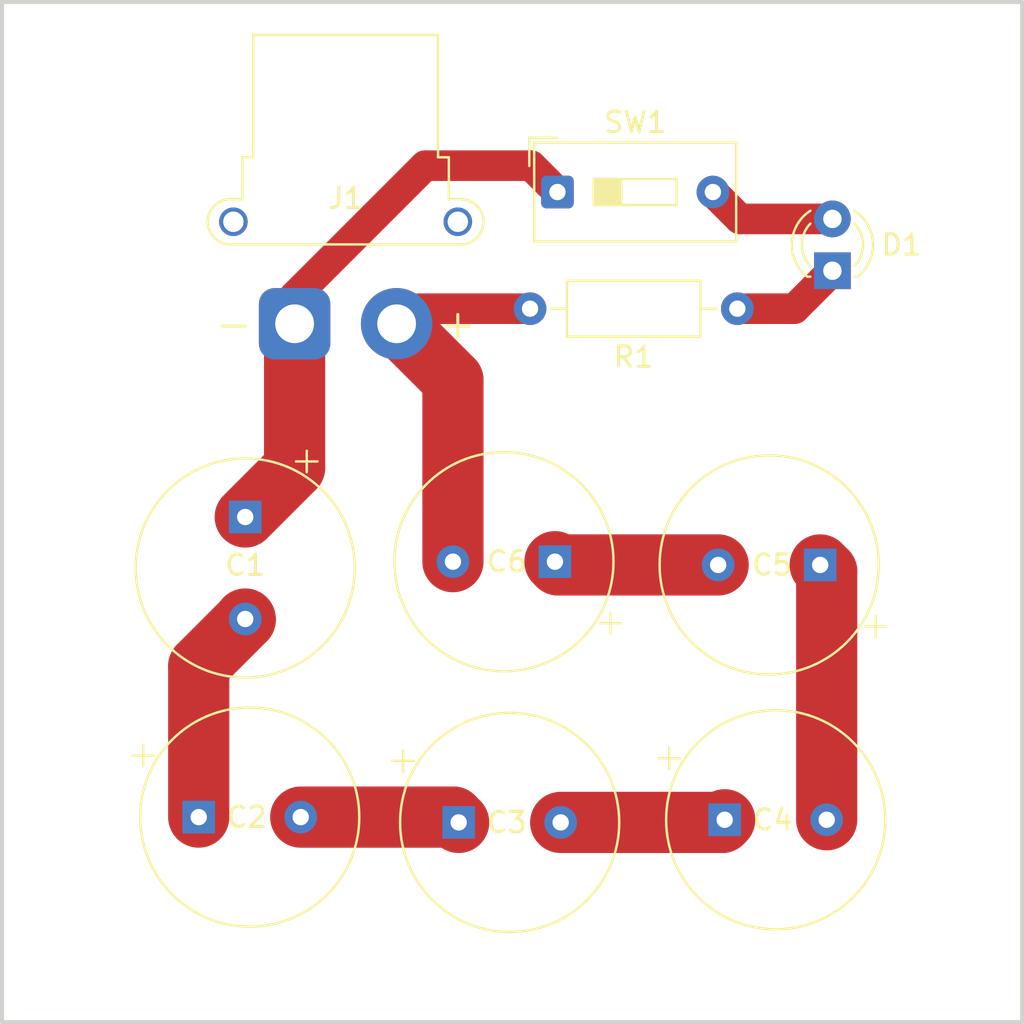
<source format=kicad_pcb>
(kicad_pcb (version 20241229) (generator "pcbnew") (generator_version "9.0")
  (layers (0 "F.Cu" signal) (2 "B.Cu" signal) (13 "F.Paste" user) (15 "B.Paste" user) (5 "F.SilkS" user "F.Silkscreen") (7 "B.SilkS" user "B.Silkscreen") (1 "F.Mask" user) (3 "B.Mask" user) (25 "Edge.Cuts" user))
  (net 0 "")
  (net 1 "+15V")
  (net 2 "Net-(C1-Pad2)")
  (net 3 "Net-(C2-Pad2)")
  (net 4 "Net-(C3-Pad2)")
  (net 5 "Net-(C4-Pad2)")
  (net 6 "Net-(C5-Pad2)")
  (net 7 "GND")
  (net 8 "Net-(D1-A)")
  (net 9 "Net-(D1-K)")
  (footprint "Libraryy:SupeCapacitor Through Hole" (layer "F.Cu") (at 135.42 90.08)
    (property "Reference" "C4" (at 2.358933 0 0) (layer "F.SilkS"))
    (property "Value" "C_Polarized_US" (hide yes))
    (fp_line (start -3.247133 -3.015) (end -2.197133 -3.015) (stroke (width 0.12)) (layer "F.SilkS"))
    (fp_line (start -2.722133 -3.54) (end -2.722133 -2.49) (stroke (width 0.12)) (layer "F.SilkS"))
    (fp_circle (center 2.5 0) (end 7.87 0) (stroke (width 0.12)) (fill no) (layer "F.SilkS"))
    (pad "1" thru_hole rect (at 0 0) (size 1.6 1.6) (drill 0.8) (layers "*.Cu" "*.Mask") (net 4 "Net-(C3-Pad2)"))
    (pad "2" thru_hole circle (at 5 0) (size 1.6 1.6) (drill 0.8) (layers "*.Cu" "*.Mask") (net 5 "Net-(C4-Pad2)"))
  )
  (footprint "Libraryy:SupeCapacitor Through Hole" (layer "F.Cu") (at 109.64 89.95)
    (property "Reference" "C2" (at 2.358933 0 0) (layer "F.SilkS"))
    (property "Value" "C_Polarized_US" (hide yes))
    (fp_line (start -3.247133 -3.015) (end -2.197133 -3.015) (stroke (width 0.12)) (layer "F.SilkS"))
    (fp_line (start -2.722133 -3.54) (end -2.722133 -2.49) (stroke (width 0.12)) (layer "F.SilkS"))
    (fp_circle (center 2.5 0) (end 7.87 0) (stroke (width 0.12)) (fill no) (layer "F.SilkS"))
    (pad "1" thru_hole rect (at 0 0) (size 1.6 1.6) (drill 0.8) (layers "*.Cu" "*.Mask") (net 2 "Net-(C1-Pad2)"))
    (pad "2" thru_hole circle (at 5 0) (size 1.6 1.6) (drill 0.8) (layers "*.Cu" "*.Mask") (net 3 "Net-(C2-Pad2)"))
  )
  (footprint "Libraryy:XT30PW-F" (layer "F.Cu") (at 114.34 65.77)
    (property "Reference" "J1" (at 2.5 -6.15 0) (layer "F.SilkS"))
    (property "Value" "Conn_01x02_Pin" (hide yes))
    (fp_line (start -3.26 -6.11) (end -2.56 -6.11) (stroke (width 0.12)) (layer "F.SilkS"))
    (fp_line (start -3.26 -3.89) (end 8.26 -3.89) (stroke (width 0.12)) (layer "F.SilkS"))
    (fp_line (start -2.56 -8.16) (end -2.56 -6.11) (stroke (width 0.12)) (layer "F.SilkS"))
    (fp_line (start -2.56 -8.16) (end -2.03 -8.16) (stroke (width 0.12)) (layer "F.SilkS"))
    (fp_line (start -2.03 -14.16) (end -2.03 -8.16) (stroke (width 0.12)) (layer "F.SilkS"))
    (fp_line (start -2.03 -14.16) (end 7 -14.16) (stroke (width 0.12)) (layer "F.SilkS"))
    (fp_line (start 7.03 -14.16) (end 7.03 -8.16) (stroke (width 0.12)) (layer "F.SilkS"))
    (fp_line (start 7.03 -8.16) (end 7.56 -8.16) (stroke (width 0.12)) (layer "F.SilkS"))
    (fp_line (start 7.56 -8.16) (end 7.56 -6.11) (stroke (width 0.12)) (layer "F.SilkS"))
    (fp_line (start 7.56 -6.11) (end 8.26 -6.11) (stroke (width 0.12)) (layer "F.SilkS"))
    (fp_arc (start -3.321729 -3.903365) (mid -4.256653 -5.086124) (end -3.15 -6.11) (stroke (width 0.12)) (layer "F.SilkS"))
    (fp_arc (start 8.15 -6.11) (mid 9.26 -5) (end 8.15 -3.89) (stroke (width 0.12)) (layer "F.SilkS"))
    (fp_text user "-" (at -3 0 0) (layer "F.SilkS") (effects (font (size 1.5 1.5))))
    (fp_text user "+" (at 8 0 0) (layer "F.SilkS") (effects (font (size 1.5 1.5))))
    (pad "" thru_hole circle (at -3 -5 90) (size 1.4 1.4) (drill 1) (layers "*.Cu" "*.Mask"))
    (pad "" thru_hole circle (at 8 -5) (size 1.4 1.4) (drill 1) (layers "*.Cu" "*.Mask"))
    (pad "1" thru_hole roundrect (at 0 0) (size 3.5 3.5) (drill 1.9) (layers "*.Cu" "*.Mask") (roundrect_rratio 0.22) (net 1 "+15V"))
    (pad "2" thru_hole circle (at 5 0) (size 3.5 3.5) (drill 1.9) (layers "*.Cu" "*.Mask") (net 7 "GND"))
  )
  (footprint "Libraryy:SupeCapacitor Through Hole" (layer "F.Cu") (at 111.92 75.24 -90)
    (property "Reference" "C1" (at 2.358933 0 180) (layer "F.SilkS"))
    (property "Value" "C_Polarized_US" (hide yes))
    (fp_line (start -3.247133 -3.015) (end -2.197133 -3.015) (stroke (width 0.12)) (layer "F.SilkS"))
    (fp_line (start -2.722133 -3.54) (end -2.722133 -2.49) (stroke (width 0.12)) (layer "F.SilkS"))
    (fp_circle (center 2.5 0) (end 7.87 0) (stroke (width 0.12)) (fill no) (layer "F.SilkS"))
    (pad "1" thru_hole rect (at 0 0 270) (size 1.6 1.6) (drill 0.8) (layers "*.Cu" "*.Mask") (net 1 "+15V"))
    (pad "2" thru_hole circle (at 5 0 270) (size 1.6 1.6) (drill 0.8) (layers "*.Cu" "*.Mask") (net 2 "Net-(C1-Pad2)"))
  )
  (footprint "Libraryy:SupeCapacitor Through Hole" (layer "F.Cu") (at 122.381067 90.21)
    (property "Reference" "C3" (at 2.358933 0 0) (layer "F.SilkS"))
    (property "Value" "C_Polarized_US" (hide yes))
    (fp_line (start -3.247133 -3.015) (end -2.197133 -3.015) (stroke (width 0.12)) (layer "F.SilkS"))
    (fp_line (start -2.722133 -3.54) (end -2.722133 -2.49) (stroke (width 0.12)) (layer "F.SilkS"))
    (fp_circle (center 2.5 0) (end 7.87 0) (stroke (width 0.12)) (fill no) (layer "F.SilkS"))
    (pad "1" thru_hole rect (at 0 0) (size 1.6 1.6) (drill 0.8) (layers "*.Cu" "*.Mask") (net 3 "Net-(C2-Pad2)"))
    (pad "2" thru_hole circle (at 5 0) (size 1.6 1.6) (drill 0.8) (layers "*.Cu" "*.Mask") (net 4 "Net-(C3-Pad2)"))
  )
  (footprint "Libraryy:LED Through Hole" (layer "F.Cu") (at 140.7 63.17 90)
    (property "Reference" "D1" (at 1.27 3.39 180) (layer "F.SilkS"))
    (property "Value" "LED" (hide yes))
    (fp_line (start -0.29 -1.236) (end -0.29 -1.08) (stroke (width 0.12)) (layer "F.SilkS"))
    (fp_line (start -0.29 1.08) (end -0.29 1.236) (stroke (width 0.12)) (layer "F.SilkS"))
    (fp_arc (start -0.29 -1.235516) (mid 1.365624 -1.987701) (end 2.941397 -1.080061) (stroke (width 0.12)) (layer "F.SilkS"))
    (fp_arc (start 0.229039 -1.08) (mid 1.269964 -1.5) (end 2.31091 -1.080049) (stroke (width 0.12)) (layer "F.SilkS"))
    (fp_arc (start 2.31091 1.080049) (mid 1.269964 1.5) (end 0.229039 1.08) (stroke (width 0.12)) (layer "F.SilkS"))
    (fp_arc (start 2.941397 1.080061) (mid 1.365624 1.987701) (end -0.29 1.235516) (stroke (width 0.12)) (layer "F.SilkS"))
    (pad "1" thru_hole rect (at 0 0 90) (size 1.8 1.8) (drill 0.9) (layers "*.Cu" "*.Mask") (net 9 "Net-(D1-K)"))
    (pad "2" thru_hole circle (at 2.54 0 90) (size 1.8 1.8) (drill 0.9) (layers "*.Cu" "*.Mask") (net 8 "Net-(D1-A)"))
  )
  (footprint "Libraryy:Through Hole Resistor" (layer "F.Cu") (at 136.04 65.03 180)
    (property "Reference" "R1" (at 5.08 -2.37 0) (layer "F.SilkS"))
    (property "Value" "R" (hide yes))
    (fp_line (start 9.12 0) (end 8.35 0) (stroke (width 0.12)) (layer "F.SilkS"))
    (fp_line (start 8.35 1.37) (end 8.35 -1.37) (stroke (width 0.12)) (layer "F.SilkS"))
    (fp_line (start 8.35 -1.37) (end 1.81 -1.37) (stroke (width 0.12)) (layer "F.SilkS"))
    (fp_line (start 1.81 1.37) (end 8.35 1.37) (stroke (width 0.12)) (layer "F.SilkS"))
    (fp_line (start 1.81 -1.37) (end 1.81 1.37) (stroke (width 0.12)) (layer "F.SilkS"))
    (fp_line (start 1.04 0) (end 1.81 0) (stroke (width 0.12)) (layer "F.SilkS"))
    (pad "1" thru_hole circle (at 0 0 180) (size 1.6 1.6) (drill 0.8) (layers "*.Cu" "*.Mask") (net 9 "Net-(D1-K)"))
    (pad "2" thru_hole oval (at 10.16 0 180) (size 1.6 1.6) (drill 0.8) (layers "*.Cu" "*.Mask") (net 7 "GND"))
  )
  (footprint "Libraryy:SupeCapacitor Through Hole" (layer "F.Cu") (at 140.1 77.59 180)
    (property "Reference" "C5" (at 2.358934 0 0) (layer "F.SilkS"))
    (property "Value" "C_Polarized_US" (hide yes))
    (fp_line (start -2.722133 -3.54) (end -2.722133 -2.49) (stroke (width 0.12)) (layer "F.SilkS"))
    (fp_line (start -3.247133 -3.015) (end -2.197133 -3.015) (stroke (width 0.12)) (layer "F.SilkS"))
    (fp_circle (center 2.5 0) (end 7.87 0) (stroke (width 0.12)) (fill no) (layer "F.SilkS"))
    (pad "1" thru_hole rect (at 0 0 180) (size 1.6 1.6) (drill 0.8) (layers "*.Cu" "*.Mask") (net 5 "Net-(C4-Pad2)"))
    (pad "2" thru_hole circle (at 5 0 180) (size 1.6 1.6) (drill 0.8) (layers "*.Cu" "*.Mask") (net 6 "Net-(C5-Pad2)"))
  )
  (footprint "Libraryy:SupeCapacitor Through Hole" (layer "F.Cu") (at 127.1 77.43 180)
    (property "Reference" "C6" (at 2.358934 0 0) (layer "F.SilkS"))
    (property "Value" "C_Polarized_US" (hide yes))
    (fp_line (start -2.722133 -3.54) (end -2.722133 -2.49) (stroke (width 0.12)) (layer "F.SilkS"))
    (fp_line (start -3.247133 -3.015) (end -2.197133 -3.015) (stroke (width 0.12)) (layer "F.SilkS"))
    (fp_circle (center 2.5 0) (end 7.87 0) (stroke (width 0.12)) (fill no) (layer "F.SilkS"))
    (pad "1" thru_hole rect (at 0 0 180) (size 1.6 1.6) (drill 0.8) (layers "*.Cu" "*.Mask") (net 6 "Net-(C5-Pad2)"))
    (pad "2" thru_hole circle (at 5 0 180) (size 1.6 1.6) (drill 0.8) (layers "*.Cu" "*.Mask") (net 7 "GND"))
  )
  (footprint "Libraryy:SPST Through Hole Switch" (layer "F.Cu") (at 127.2225 59.3125)
    (property "Reference" "SW1" (at 3.81 -3.42 0) (layer "F.SilkS"))
    (property "Value" "SW_Push" (hide yes))
    (fp_line (start -1.38 -2.66) (end -1.38 -1.277) (stroke (width 0.12)) (layer "F.SilkS"))
    (fp_line (start -1.38 -2.66) (end 0.003 -2.66) (stroke (width 0.12)) (layer "F.SilkS"))
    (fp_line (start -1.14 -2.42) (end -1.14 2.42) (stroke (width 0.12)) (layer "F.SilkS"))
    (fp_line (start -1.14 -2.42) (end 8.76 -2.42) (stroke (width 0.12)) (layer "F.SilkS"))
    (fp_line (start -1.14 2.42) (end 8.76 2.42) (stroke (width 0.12)) (layer "F.SilkS"))
    (fp_line (start 3.133333 -0.635) (end 3.133333 0.635) (stroke (width 0.12)) (layer "F.SilkS"))
    (fp_line (start 8.76 -2.42) (end 8.76 2.42) (stroke (width 0.12)) (layer "F.SilkS"))
    (fp_rect (start 1.78 -0.635) (end 3.133333 0.635) (stroke (width 0.12)) (fill yes) (layer "F.SilkS"))
    (fp_rect (start 1.78 -0.635) (end 5.84 0.635) (stroke (width 0.12)) (fill no) (layer "F.SilkS"))
    (pad "1" thru_hole roundrect (at 0 0) (size 1.6 1.6) (drill 0.8) (layers "*.Cu" "*.Mask") (roundrect_rratio 0.15625) (net 1 "+15V"))
    (pad "2" thru_hole circle (at 7.62 0) (size 1.6 1.6) (drill 0.8) (layers "*.Cu" "*.Mask") (net 8 "Net-(D1-A)"))
  )
  (gr_rect (start 100 50) (end 150 100) (stroke (width 0.2)) (fill no) (layer "Edge.Cuts"))
  (segment (start 114.34 65.77) (end 114.34 72.82) (width 3) (layer "F.Cu") (net 1))
  (segment (start 120.74 58.02) (end 114.34 64.42) (width 1.5) (layer "F.Cu") (net 1))
  (segment (start 114.34 72.82) (end 111.92 75.24) (width 3) (layer "F.Cu") (net 1))
  (segment (start 127.2225 59.3125) (end 125.93 58.02) (width 1.5) (layer "F.Cu") (net 1))
  (segment (start 114.34 64.42) (end 114.34 65.77) (width 1.5) (layer "F.Cu") (net 1))
  (segment (start 125.93 58.02) (end 120.74 58.02) (width 1.5) (layer "F.Cu") (net 1))
  (segment (start 109.64 82.55) (end 109.64 89.95) (width 3) (layer "F.Cu") (net 2))
  (segment (start 111.92 80.24) (end 111.92 80.27) (width 3) (layer "F.Cu") (net 2))
  (segment (start 111.92 80.27) (end 109.64 82.55) (width 3) (layer "F.Cu") (net 2))
  (segment (start 122.121067 89.95) (end 122.381067 90.21) (width 3) (layer "F.Cu") (net 3))
  (segment (start 114.64 89.95) (end 122.121067 89.95) (width 3) (layer "F.Cu") (net 3))
  (segment (start 127.381067 90.21) (end 135.29 90.21) (width 3) (layer "F.Cu") (net 4))
  (segment (start 135.29 90.21) (end 135.42 90.08) (width 3) (layer "F.Cu") (net 4))
  (segment (start 140.42 77.91) (end 140.1 77.59) (width 3) (layer "F.Cu") (net 5))
  (segment (start 140.42 90.08) (end 140.42 77.91) (width 3) (layer "F.Cu") (net 5))
  (segment (start 127.26 77.59) (end 127.1 77.43) (width 3) (layer "F.Cu") (net 6))
  (segment (start 135.1 77.59) (end 127.26 77.59) (width 3) (layer "F.Cu") (net 6))
  (segment (start 122.1 68.53) (end 119.34 65.77) (width 3) (layer "F.Cu") (net 7))
  (segment (start 120.08 65.03) (end 119.34 65.77) (width 1.5) (layer "F.Cu") (net 7))
  (segment (start 125.88 65.03) (end 120.08 65.03) (width 1.5) (layer "F.Cu") (net 7))
  (segment (start 122.1 77.43) (end 122.1 68.53) (width 3) (layer "F.Cu") (net 7))
  (segment (start 136.16 60.63) (end 134.8425 59.3125) (width 1.5) (layer "F.Cu") (net 8))
  (segment (start 140.7 60.63) (end 136.16 60.63) (width 1.5) (layer "F.Cu") (net 8))
  (segment (start 138.84 65.03) (end 140.7 63.17) (width 1.5) (layer "F.Cu") (net 9))
  (segment (start 136.04 65.03) (end 138.84 65.03) (width 1.5) (layer "F.Cu") (net 9))
)
</source>
